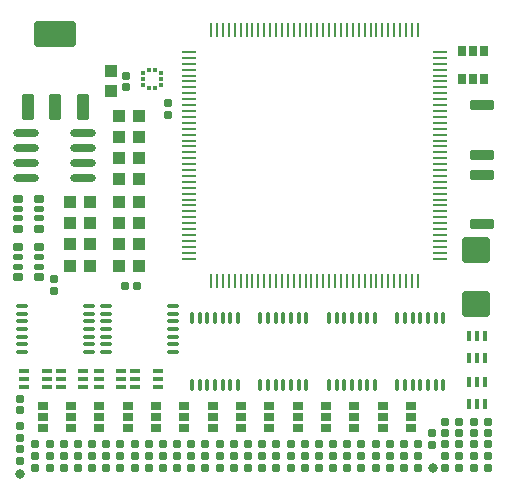
<source format=gtp>
G04*
G04 #@! TF.GenerationSoftware,Altium Limited,Altium Designer,22.11.1 (43)*
G04*
G04 Layer_Color=8421504*
%FSLAX25Y25*%
%MOIN*%
G70*
G04*
G04 #@! TF.SameCoordinates,09696BF9-F793-4DFF-A814-162FF6B654E2*
G04*
G04*
G04 #@! TF.FilePolarity,Positive*
G04*
G01*
G75*
G04:AMPARAMS|DCode=18|XSize=43.31mil|YSize=84.65mil|CornerRadius=4.33mil|HoleSize=0mil|Usage=FLASHONLY|Rotation=0.000|XOffset=0mil|YOffset=0mil|HoleType=Round|Shape=RoundedRectangle|*
%AMROUNDEDRECTD18*
21,1,0.04331,0.07598,0,0,0.0*
21,1,0.03465,0.08465,0,0,0.0*
1,1,0.00866,0.01732,-0.03799*
1,1,0.00866,-0.01732,-0.03799*
1,1,0.00866,-0.01732,0.03799*
1,1,0.00866,0.01732,0.03799*
%
%ADD18ROUNDEDRECTD18*%
G04:AMPARAMS|DCode=19|XSize=43.31mil|YSize=84.65mil|CornerRadius=4.33mil|HoleSize=0mil|Usage=FLASHONLY|Rotation=0.000|XOffset=0mil|YOffset=0mil|HoleType=Round|Shape=RoundedRectangle|*
%AMROUNDEDRECTD19*
21,1,0.04331,0.07599,0,0,0.0*
21,1,0.03465,0.08465,0,0,0.0*
1,1,0.00866,0.01732,-0.03799*
1,1,0.00866,-0.01732,-0.03799*
1,1,0.00866,-0.01732,0.03799*
1,1,0.00866,0.01732,0.03799*
%
%ADD19ROUNDEDRECTD19*%
G04:AMPARAMS|DCode=20|XSize=137.8mil|YSize=84.65mil|CornerRadius=8.47mil|HoleSize=0mil|Usage=FLASHONLY|Rotation=0.000|XOffset=0mil|YOffset=0mil|HoleType=Round|Shape=RoundedRectangle|*
%AMROUNDEDRECTD20*
21,1,0.13780,0.06772,0,0,0.0*
21,1,0.12087,0.08465,0,0,0.0*
1,1,0.01693,0.06043,-0.03386*
1,1,0.01693,-0.06043,-0.03386*
1,1,0.01693,-0.06043,0.03386*
1,1,0.01693,0.06043,0.03386*
%
%ADD20ROUNDEDRECTD20*%
%ADD21O,0.05118X0.00866*%
%ADD22O,0.00866X0.05118*%
G04:AMPARAMS|DCode=23|XSize=39.37mil|YSize=43.31mil|CornerRadius=3.94mil|HoleSize=0mil|Usage=FLASHONLY|Rotation=0.000|XOffset=0mil|YOffset=0mil|HoleType=Round|Shape=RoundedRectangle|*
%AMROUNDEDRECTD23*
21,1,0.03937,0.03543,0,0,0.0*
21,1,0.03150,0.04331,0,0,0.0*
1,1,0.00787,0.01575,-0.01772*
1,1,0.00787,-0.01575,-0.01772*
1,1,0.00787,-0.01575,0.01772*
1,1,0.00787,0.01575,0.01772*
%
%ADD23ROUNDEDRECTD23*%
G04:AMPARAMS|DCode=24|XSize=23.62mil|YSize=35.43mil|CornerRadius=2.36mil|HoleSize=0mil|Usage=FLASHONLY|Rotation=180.000|XOffset=0mil|YOffset=0mil|HoleType=Round|Shape=RoundedRectangle|*
%AMROUNDEDRECTD24*
21,1,0.02362,0.03071,0,0,180.0*
21,1,0.01890,0.03543,0,0,180.0*
1,1,0.00472,-0.00945,0.01535*
1,1,0.00472,0.00945,0.01535*
1,1,0.00472,0.00945,-0.01535*
1,1,0.00472,-0.00945,-0.01535*
%
%ADD24ROUNDEDRECTD24*%
G04:AMPARAMS|DCode=25|XSize=27.56mil|YSize=23.62mil|CornerRadius=2.36mil|HoleSize=0mil|Usage=FLASHONLY|Rotation=180.000|XOffset=0mil|YOffset=0mil|HoleType=Round|Shape=RoundedRectangle|*
%AMROUNDEDRECTD25*
21,1,0.02756,0.01890,0,0,180.0*
21,1,0.02284,0.02362,0,0,180.0*
1,1,0.00472,-0.01142,0.00945*
1,1,0.00472,0.01142,0.00945*
1,1,0.00472,0.01142,-0.00945*
1,1,0.00472,-0.01142,-0.00945*
%
%ADD25ROUNDEDRECTD25*%
G04:AMPARAMS|DCode=26|XSize=23.62mil|YSize=35.43mil|CornerRadius=2.36mil|HoleSize=0mil|Usage=FLASHONLY|Rotation=270.000|XOffset=0mil|YOffset=0mil|HoleType=Round|Shape=RoundedRectangle|*
%AMROUNDEDRECTD26*
21,1,0.02362,0.03071,0,0,270.0*
21,1,0.01890,0.03543,0,0,270.0*
1,1,0.00472,-0.01535,-0.00945*
1,1,0.00472,-0.01535,0.00945*
1,1,0.00472,0.01535,0.00945*
1,1,0.00472,0.01535,-0.00945*
%
%ADD26ROUNDEDRECTD26*%
G04:AMPARAMS|DCode=27|XSize=86.61mil|YSize=90.55mil|CornerRadius=8.66mil|HoleSize=0mil|Usage=FLASHONLY|Rotation=90.000|XOffset=0mil|YOffset=0mil|HoleType=Round|Shape=RoundedRectangle|*
%AMROUNDEDRECTD27*
21,1,0.08661,0.07323,0,0,90.0*
21,1,0.06929,0.09055,0,0,90.0*
1,1,0.01732,0.03661,0.03465*
1,1,0.01732,0.03661,-0.03465*
1,1,0.01732,-0.03661,-0.03465*
1,1,0.01732,-0.03661,0.03465*
%
%ADD27ROUNDEDRECTD27*%
%ADD28C,0.03150*%
G04:AMPARAMS|DCode=29|XSize=25.59mil|YSize=31.5mil|CornerRadius=2.56mil|HoleSize=0mil|Usage=FLASHONLY|Rotation=90.000|XOffset=0mil|YOffset=0mil|HoleType=Round|Shape=RoundedRectangle|*
%AMROUNDEDRECTD29*
21,1,0.02559,0.02638,0,0,90.0*
21,1,0.02047,0.03150,0,0,90.0*
1,1,0.00512,0.01319,0.01024*
1,1,0.00512,0.01319,-0.01024*
1,1,0.00512,-0.01319,-0.01024*
1,1,0.00512,-0.01319,0.01024*
%
%ADD29ROUNDEDRECTD29*%
G04:AMPARAMS|DCode=30|XSize=17.72mil|YSize=31.5mil|CornerRadius=1.77mil|HoleSize=0mil|Usage=FLASHONLY|Rotation=90.000|XOffset=0mil|YOffset=0mil|HoleType=Round|Shape=RoundedRectangle|*
%AMROUNDEDRECTD30*
21,1,0.01772,0.02795,0,0,90.0*
21,1,0.01417,0.03150,0,0,90.0*
1,1,0.00354,0.01398,0.00709*
1,1,0.00354,0.01398,-0.00709*
1,1,0.00354,-0.01398,-0.00709*
1,1,0.00354,-0.01398,0.00709*
%
%ADD30ROUNDEDRECTD30*%
G04:AMPARAMS|DCode=31|XSize=31.5mil|YSize=78.74mil|CornerRadius=3.15mil|HoleSize=0mil|Usage=FLASHONLY|Rotation=90.000|XOffset=0mil|YOffset=0mil|HoleType=Round|Shape=RoundedRectangle|*
%AMROUNDEDRECTD31*
21,1,0.03150,0.07244,0,0,90.0*
21,1,0.02520,0.07874,0,0,90.0*
1,1,0.00630,0.03622,0.01260*
1,1,0.00630,0.03622,-0.01260*
1,1,0.00630,-0.03622,-0.01260*
1,1,0.00630,-0.03622,0.01260*
%
%ADD31ROUNDEDRECTD31*%
%ADD32O,0.01181X0.04331*%
%ADD33O,0.04331X0.01181*%
G04:AMPARAMS|DCode=34|XSize=12.6mil|YSize=31.5mil|CornerRadius=1.26mil|HoleSize=0mil|Usage=FLASHONLY|Rotation=90.000|XOffset=0mil|YOffset=0mil|HoleType=Round|Shape=RoundedRectangle|*
%AMROUNDEDRECTD34*
21,1,0.01260,0.02898,0,0,90.0*
21,1,0.01008,0.03150,0,0,90.0*
1,1,0.00252,0.01449,0.00504*
1,1,0.00252,0.01449,-0.00504*
1,1,0.00252,-0.01449,-0.00504*
1,1,0.00252,-0.01449,0.00504*
%
%ADD34ROUNDEDRECTD34*%
%ADD35O,0.08661X0.02362*%
G04:AMPARAMS|DCode=36|XSize=12.6mil|YSize=31.5mil|CornerRadius=1.26mil|HoleSize=0mil|Usage=FLASHONLY|Rotation=180.000|XOffset=0mil|YOffset=0mil|HoleType=Round|Shape=RoundedRectangle|*
%AMROUNDEDRECTD36*
21,1,0.01260,0.02898,0,0,180.0*
21,1,0.01008,0.03150,0,0,180.0*
1,1,0.00252,-0.00504,0.01449*
1,1,0.00252,0.00504,0.01449*
1,1,0.00252,0.00504,-0.01449*
1,1,0.00252,-0.00504,-0.01449*
%
%ADD36ROUNDEDRECTD36*%
%ADD37R,0.01476X0.01378*%
%ADD38R,0.01378X0.01476*%
G04:AMPARAMS|DCode=39|XSize=39.37mil|YSize=43.31mil|CornerRadius=3.94mil|HoleSize=0mil|Usage=FLASHONLY|Rotation=270.000|XOffset=0mil|YOffset=0mil|HoleType=Round|Shape=RoundedRectangle|*
%AMROUNDEDRECTD39*
21,1,0.03937,0.03543,0,0,270.0*
21,1,0.03150,0.04331,0,0,270.0*
1,1,0.00787,-0.01772,-0.01575*
1,1,0.00787,-0.01772,0.01575*
1,1,0.00787,0.01772,0.01575*
1,1,0.00787,0.01772,-0.01575*
%
%ADD39ROUNDEDRECTD39*%
G04:AMPARAMS|DCode=40|XSize=27.56mil|YSize=23.62mil|CornerRadius=2.36mil|HoleSize=0mil|Usage=FLASHONLY|Rotation=90.000|XOffset=0mil|YOffset=0mil|HoleType=Round|Shape=RoundedRectangle|*
%AMROUNDEDRECTD40*
21,1,0.02756,0.01890,0,0,90.0*
21,1,0.02284,0.02362,0,0,90.0*
1,1,0.00472,0.00945,0.01142*
1,1,0.00472,0.00945,-0.01142*
1,1,0.00472,-0.00945,-0.01142*
1,1,0.00472,-0.00945,0.01142*
%
%ADD40ROUNDEDRECTD40*%
D18*
X7480Y125197D02*
D03*
X25591D02*
D03*
D19*
X16535D02*
D03*
D20*
X16535Y149606D02*
D03*
D21*
X61024Y143701D02*
D03*
Y141732D02*
D03*
X61024Y139764D02*
D03*
Y137795D02*
D03*
Y135827D02*
D03*
Y133858D02*
D03*
Y131890D02*
D03*
X61024Y129921D02*
D03*
Y127953D02*
D03*
Y125984D02*
D03*
X61024Y124016D02*
D03*
Y122047D02*
D03*
Y120079D02*
D03*
Y118110D02*
D03*
Y116142D02*
D03*
Y114173D02*
D03*
Y112205D02*
D03*
Y110236D02*
D03*
Y108268D02*
D03*
Y106299D02*
D03*
Y104331D02*
D03*
X61024Y102362D02*
D03*
X61024Y100394D02*
D03*
Y98425D02*
D03*
Y96457D02*
D03*
Y94488D02*
D03*
Y92520D02*
D03*
X61024Y90551D02*
D03*
Y88583D02*
D03*
Y86614D02*
D03*
X61024Y84646D02*
D03*
Y82677D02*
D03*
Y80709D02*
D03*
Y78740D02*
D03*
Y76772D02*
D03*
X61024Y74803D02*
D03*
X144685D02*
D03*
X144685Y76772D02*
D03*
Y78740D02*
D03*
Y80709D02*
D03*
Y82677D02*
D03*
Y84646D02*
D03*
X144685Y86614D02*
D03*
Y88583D02*
D03*
Y90551D02*
D03*
X144685Y92520D02*
D03*
Y94488D02*
D03*
Y96457D02*
D03*
Y98425D02*
D03*
Y100394D02*
D03*
X144685Y102362D02*
D03*
X144685Y104331D02*
D03*
Y106299D02*
D03*
Y108268D02*
D03*
Y110236D02*
D03*
Y112205D02*
D03*
Y114173D02*
D03*
Y116142D02*
D03*
Y118110D02*
D03*
Y120079D02*
D03*
Y122047D02*
D03*
Y124016D02*
D03*
X144685Y125984D02*
D03*
Y127953D02*
D03*
Y129921D02*
D03*
X144685Y131890D02*
D03*
Y133858D02*
D03*
Y135827D02*
D03*
Y137795D02*
D03*
Y139764D02*
D03*
X144685Y141732D02*
D03*
Y143701D02*
D03*
D22*
X68405Y67421D02*
D03*
X70374D02*
D03*
X72342Y67421D02*
D03*
X74311D02*
D03*
X76279D02*
D03*
X78248D02*
D03*
X80216D02*
D03*
X82185Y67421D02*
D03*
X84153D02*
D03*
X86122D02*
D03*
X88090Y67421D02*
D03*
X90059D02*
D03*
X92028D02*
D03*
X93996D02*
D03*
X95965D02*
D03*
X97933D02*
D03*
X99902D02*
D03*
X101870D02*
D03*
X103839D02*
D03*
X105807D02*
D03*
X107776D02*
D03*
X109744Y67421D02*
D03*
X111713Y67421D02*
D03*
X113681D02*
D03*
X115650D02*
D03*
X117618D02*
D03*
X119587D02*
D03*
X121555Y67421D02*
D03*
X123524D02*
D03*
X125492D02*
D03*
X127461Y67421D02*
D03*
X129429D02*
D03*
X131398D02*
D03*
X133366D02*
D03*
X135335D02*
D03*
X137303Y67421D02*
D03*
Y151083D02*
D03*
X135335Y151083D02*
D03*
X133366D02*
D03*
X131398D02*
D03*
X129429D02*
D03*
X127461D02*
D03*
X125492Y151083D02*
D03*
X123524D02*
D03*
X121555D02*
D03*
X119587Y151083D02*
D03*
X117618D02*
D03*
X115650D02*
D03*
X113681D02*
D03*
X111713D02*
D03*
X109744Y151083D02*
D03*
X107776Y151083D02*
D03*
X105807D02*
D03*
X103839D02*
D03*
X101870D02*
D03*
X99902D02*
D03*
X97933D02*
D03*
X95965D02*
D03*
X93996D02*
D03*
X92028D02*
D03*
X90059D02*
D03*
X88090D02*
D03*
X86122Y151083D02*
D03*
X84153D02*
D03*
X82185D02*
D03*
X80216Y151083D02*
D03*
X78248D02*
D03*
X76279D02*
D03*
X74311D02*
D03*
X72342D02*
D03*
X70374Y151083D02*
D03*
X68405D02*
D03*
D23*
X37795Y101181D02*
D03*
X44488Y101181D02*
D03*
Y108268D02*
D03*
X37795D02*
D03*
Y115354D02*
D03*
X44488D02*
D03*
Y122441D02*
D03*
X37795D02*
D03*
X27953Y93701D02*
D03*
X21260D02*
D03*
X44488Y93701D02*
D03*
X37795Y93701D02*
D03*
X27953Y86614D02*
D03*
X21260Y86614D02*
D03*
X44488Y86614D02*
D03*
X37795D02*
D03*
X27953Y79528D02*
D03*
X21260D02*
D03*
X44488D02*
D03*
X37795D02*
D03*
X21260Y72441D02*
D03*
X27953Y72441D02*
D03*
X44488Y72441D02*
D03*
X37795D02*
D03*
D24*
X159449Y144095D02*
D03*
X155709D02*
D03*
X151969D02*
D03*
Y134646D02*
D03*
X155709D02*
D03*
X159449D02*
D03*
D25*
X4724Y7480D02*
D03*
Y11417D02*
D03*
X151181Y20472D02*
D03*
Y16535D02*
D03*
X47638Y9055D02*
D03*
Y5118D02*
D03*
X61811Y9055D02*
D03*
X61811Y5118D02*
D03*
X80709Y12992D02*
D03*
Y9055D02*
D03*
Y5118D02*
D03*
Y9055D02*
D03*
X90158D02*
D03*
X90158Y12992D02*
D03*
X90158Y9055D02*
D03*
X90158Y5118D02*
D03*
X113780Y12992D02*
D03*
Y9055D02*
D03*
X137402D02*
D03*
X137402Y12992D02*
D03*
X137402Y9055D02*
D03*
X137402Y5118D02*
D03*
X54036Y122835D02*
D03*
Y126772D02*
D03*
X142126Y12598D02*
D03*
Y16535D02*
D03*
X4724Y28150D02*
D03*
Y24213D02*
D03*
X16142Y64173D02*
D03*
Y68110D02*
D03*
X160630Y16535D02*
D03*
Y20472D02*
D03*
X155905Y16535D02*
D03*
Y20472D02*
D03*
X146457Y16535D02*
D03*
Y20472D02*
D03*
X9843Y9055D02*
D03*
Y12992D02*
D03*
X14567Y9055D02*
D03*
Y12992D02*
D03*
X19291Y9055D02*
D03*
Y12992D02*
D03*
X24016Y9055D02*
D03*
Y12992D02*
D03*
X9843Y9055D02*
D03*
Y5118D02*
D03*
X14567Y9055D02*
D03*
Y5118D02*
D03*
X19291Y9055D02*
D03*
Y5118D02*
D03*
X24016Y9055D02*
D03*
Y5118D02*
D03*
X28740Y9055D02*
D03*
Y12992D02*
D03*
X33465Y9055D02*
D03*
Y12992D02*
D03*
X38189Y9055D02*
D03*
X38189Y12992D02*
D03*
X43031Y9055D02*
D03*
Y12992D02*
D03*
X28740Y9055D02*
D03*
Y5118D02*
D03*
X33465Y9055D02*
D03*
Y5118D02*
D03*
X38189Y9055D02*
D03*
X38189Y5118D02*
D03*
X42913Y9055D02*
D03*
Y5118D02*
D03*
X47638Y9055D02*
D03*
Y12992D02*
D03*
X52362Y9055D02*
D03*
Y12992D02*
D03*
X57087Y9055D02*
D03*
Y12992D02*
D03*
X61811Y9055D02*
D03*
Y12992D02*
D03*
X52362Y9055D02*
D03*
X52362Y5118D02*
D03*
X57087Y9055D02*
D03*
Y5118D02*
D03*
X66536Y12992D02*
D03*
Y9055D02*
D03*
X71260Y12992D02*
D03*
Y9055D02*
D03*
X75984Y12992D02*
D03*
Y9055D02*
D03*
X66536Y5118D02*
D03*
Y9055D02*
D03*
X71260Y5118D02*
D03*
Y9055D02*
D03*
X75984Y5118D02*
D03*
Y9055D02*
D03*
X85433D02*
D03*
Y12992D02*
D03*
X94882Y9055D02*
D03*
Y12992D02*
D03*
X99606Y9055D02*
D03*
Y12992D02*
D03*
X85433Y9055D02*
D03*
Y5118D02*
D03*
X94882Y9055D02*
D03*
Y5118D02*
D03*
X99606Y9055D02*
D03*
Y5118D02*
D03*
X104331Y12992D02*
D03*
Y9055D02*
D03*
X109055Y12992D02*
D03*
Y9055D02*
D03*
X118504Y12992D02*
D03*
Y9055D02*
D03*
X104331Y5118D02*
D03*
Y9055D02*
D03*
X109055Y5118D02*
D03*
Y9055D02*
D03*
X113780Y5118D02*
D03*
Y9055D02*
D03*
X118504Y5118D02*
D03*
Y9055D02*
D03*
X123228D02*
D03*
X123228Y12992D02*
D03*
X127953Y9055D02*
D03*
Y12992D02*
D03*
X132677Y9055D02*
D03*
Y12992D02*
D03*
X123228Y9055D02*
D03*
X123228Y5118D02*
D03*
X127953Y9055D02*
D03*
Y5118D02*
D03*
X132677Y9055D02*
D03*
Y5118D02*
D03*
X146457Y12992D02*
D03*
Y9055D02*
D03*
X151181Y12992D02*
D03*
Y9055D02*
D03*
X155905Y12992D02*
D03*
Y9055D02*
D03*
X160630Y12992D02*
D03*
Y9055D02*
D03*
X146457Y5118D02*
D03*
Y9055D02*
D03*
X151181Y5118D02*
D03*
Y9055D02*
D03*
X155905Y5118D02*
D03*
Y9055D02*
D03*
X160630Y5118D02*
D03*
Y9055D02*
D03*
X4724Y19094D02*
D03*
Y15157D02*
D03*
X40157Y131890D02*
D03*
Y135827D02*
D03*
D26*
X59449Y25787D02*
D03*
Y22047D02*
D03*
Y18307D02*
D03*
X50000Y18307D02*
D03*
Y22047D02*
D03*
X50000Y25787D02*
D03*
X21654D02*
D03*
X21654Y22047D02*
D03*
Y18307D02*
D03*
X12205D02*
D03*
Y22047D02*
D03*
X12205Y25787D02*
D03*
X40551Y25787D02*
D03*
Y22047D02*
D03*
Y18307D02*
D03*
X31102Y18307D02*
D03*
Y22047D02*
D03*
Y25787D02*
D03*
X78347D02*
D03*
Y22047D02*
D03*
Y18307D02*
D03*
X68898Y18307D02*
D03*
Y22047D02*
D03*
X68898Y25787D02*
D03*
X97244D02*
D03*
Y22047D02*
D03*
Y18307D02*
D03*
X87795D02*
D03*
Y22047D02*
D03*
Y25787D02*
D03*
X116142Y25787D02*
D03*
Y22047D02*
D03*
Y18307D02*
D03*
X106693D02*
D03*
Y22047D02*
D03*
Y25787D02*
D03*
X135039D02*
D03*
Y22047D02*
D03*
Y18307D02*
D03*
X125591Y18307D02*
D03*
Y22047D02*
D03*
X125591Y25787D02*
D03*
D27*
X156693Y59842D02*
D03*
Y77559D02*
D03*
D28*
X142402Y5118D02*
D03*
X4724Y3150D02*
D03*
D29*
X11024Y78642D02*
D03*
X3937D02*
D03*
Y68602D02*
D03*
X11024D02*
D03*
Y84744D02*
D03*
X3937D02*
D03*
Y94784D02*
D03*
X11024D02*
D03*
D30*
X3937Y72047D02*
D03*
Y75197D02*
D03*
X11024D02*
D03*
Y72047D02*
D03*
Y88189D02*
D03*
Y91339D02*
D03*
X3937D02*
D03*
Y88189D02*
D03*
D31*
X158661Y125984D02*
D03*
Y109449D02*
D03*
Y86221D02*
D03*
Y102756D02*
D03*
D32*
X145866Y55118D02*
D03*
X143307D02*
D03*
X140748D02*
D03*
X138189D02*
D03*
X135630D02*
D03*
X133071D02*
D03*
X130512D02*
D03*
X145866Y32677D02*
D03*
X143307Y32677D02*
D03*
X140748D02*
D03*
X138189Y32677D02*
D03*
X135630Y32677D02*
D03*
X133071D02*
D03*
X130512Y32677D02*
D03*
X77362Y55118D02*
D03*
X74803D02*
D03*
X72244D02*
D03*
X69685D02*
D03*
X67126D02*
D03*
X64567D02*
D03*
X62008D02*
D03*
X77362Y32677D02*
D03*
X74803D02*
D03*
X72244D02*
D03*
X69685D02*
D03*
X67126D02*
D03*
X64567D02*
D03*
X62008D02*
D03*
X100197Y55118D02*
D03*
X97638D02*
D03*
X95079D02*
D03*
X92520D02*
D03*
X89961D02*
D03*
X87402D02*
D03*
X84843D02*
D03*
X100197Y32677D02*
D03*
X97638D02*
D03*
X95079D02*
D03*
X92520D02*
D03*
X89961D02*
D03*
X87402D02*
D03*
X84843D02*
D03*
X123031Y55118D02*
D03*
X120472D02*
D03*
X117913D02*
D03*
X115354D02*
D03*
X112795D02*
D03*
X110236D02*
D03*
X107677D02*
D03*
X123031Y32677D02*
D03*
X120472D02*
D03*
X117913D02*
D03*
X115354D02*
D03*
X112795D02*
D03*
X110236D02*
D03*
X107677D02*
D03*
D33*
X55709Y43701D02*
D03*
Y46260D02*
D03*
Y48819D02*
D03*
Y51378D02*
D03*
Y53937D02*
D03*
Y56496D02*
D03*
Y59055D02*
D03*
X33268Y43701D02*
D03*
Y46260D02*
D03*
Y48819D02*
D03*
Y51378D02*
D03*
Y53937D02*
D03*
Y56496D02*
D03*
Y59055D02*
D03*
X27756Y43701D02*
D03*
Y46260D02*
D03*
Y48819D02*
D03*
Y51378D02*
D03*
Y53937D02*
D03*
Y56496D02*
D03*
Y59055D02*
D03*
X5315Y43701D02*
D03*
Y46260D02*
D03*
Y48819D02*
D03*
Y51378D02*
D03*
Y53937D02*
D03*
Y56496D02*
D03*
Y59055D02*
D03*
D34*
X38386Y32087D02*
D03*
Y34646D02*
D03*
Y37205D02*
D03*
X30906Y32087D02*
D03*
Y34646D02*
D03*
Y37205D02*
D03*
X18307Y37205D02*
D03*
Y34646D02*
D03*
Y32087D02*
D03*
X25787Y37205D02*
D03*
Y34646D02*
D03*
Y32087D02*
D03*
X13583Y32087D02*
D03*
Y34646D02*
D03*
Y37205D02*
D03*
X6102Y32087D02*
D03*
Y34646D02*
D03*
Y37205D02*
D03*
X43110Y37205D02*
D03*
Y34646D02*
D03*
Y32087D02*
D03*
X50591Y37205D02*
D03*
Y34646D02*
D03*
Y32087D02*
D03*
D35*
X6693Y116557D02*
D03*
X6693Y111557D02*
D03*
X6693Y106557D02*
D03*
Y101557D02*
D03*
X25591Y116557D02*
D03*
X25591Y111557D02*
D03*
X25591Y106557D02*
D03*
Y101557D02*
D03*
D36*
X159646Y49016D02*
D03*
X157087D02*
D03*
X154528D02*
D03*
X159646Y41535D02*
D03*
X157087Y41535D02*
D03*
X154528Y41535D02*
D03*
X159646Y33661D02*
D03*
X157087Y33661D02*
D03*
X154528Y33661D02*
D03*
X159646Y26181D02*
D03*
X157087D02*
D03*
X154528D02*
D03*
D37*
X45817Y132677D02*
D03*
Y134646D02*
D03*
Y136614D02*
D03*
X51821D02*
D03*
Y134646D02*
D03*
Y132677D02*
D03*
D38*
X47835Y137648D02*
D03*
X49803D02*
D03*
Y131644D02*
D03*
X47835D02*
D03*
D39*
X34941Y130709D02*
D03*
Y137402D02*
D03*
D40*
X43701Y65748D02*
D03*
X39764D02*
D03*
M02*

</source>
